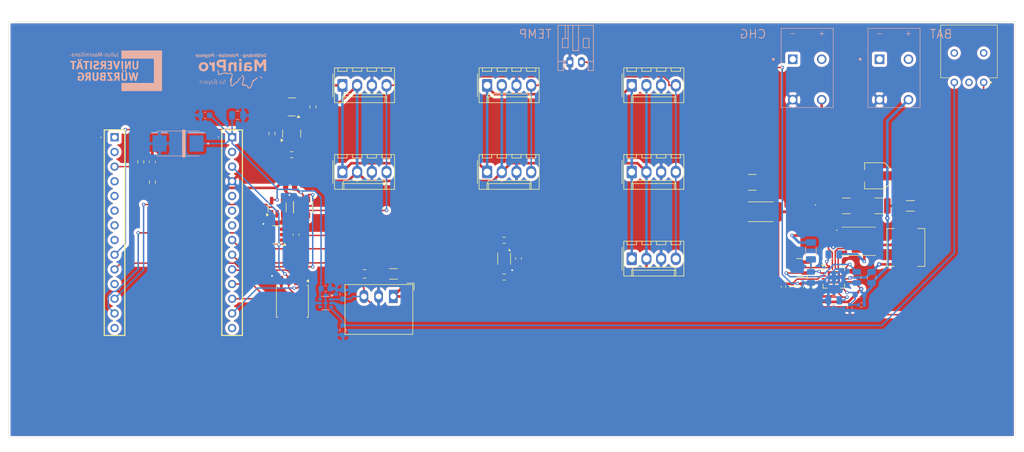
<source format=kicad_pcb>
(kicad_pcb (version 20241229) (generator "pcbnew") (generator_version "9.0")
  (title_block (title "Ryujin") (date "2025-09-05") (rev "44") (company "Julius-Maximilians-Universität Würzburg") (comment 4 "AISLER Project ID: GDSFGNFL"))
  (layers (0 "F.Cu" signal) (2 "B.Cu" signal) (13 "F.Paste" user) (15 "B.Paste" user) (5 "F.SilkS" user "F.Silkscreen") (7 "B.SilkS" user "B.Silkscreen") (1 "F.Mask" user) (3 "B.Mask" user) (25 "Edge.Cuts" user))
  (net 0 "")
  (net 1 "/SCL")
  (net 2 "/SDA")
  (net 3 "+12V")
  (net 4 "GND")
  (net 6 "/A1")
  (net 7 "+5V")
  (net 8 "+3.3V")
  (net 12 "/D1")
  (net 13 "LINE")
  (net 15 "/D0")
  (net 17 "/COPI")
  (net 18 "/SCK")
  (net 19 "/D7")
  (net 20 "/CIPO")
  (net 21 "/TX")
  (net 26 "/RX")
  (net 27 "Net-(U3-S1)")
  (net 28 "Net-(U3-S2)")
  (net 32 "VBUS")
  (net 33 "Net-(Q2-G)")
  (net 36 "Net-(J4-~D6)")
  (net 39 "Net-(C7-Pad1)")
  (net 40 "Net-(U6-VCC)")
  (net 41 "Net-(D5-K)")
  (net 42 "Net-(D6-A)")
  (net 43 "Net-(D6-K)")
  (net 44 "Net-(U6-SRP)")
  (net 45 "Net-(U6-VFB)")
  (net 46 "Net-(U6-TERM_EN)")
  (net 48 "/Battery Charger/TS")
  (net 49 "/Battery Charger/VIN")
  (net 54 "Net-(Q3A-S)")
  (net 55 "Net-(Q3A-G)")
  (net 56 "Net-(Q3B-G)")
  (net 57 "Net-(U6-MPPSET)")
  (net 58 "/D5")
  (net 59 "Net-(Q2-D)")
  (net 60 "Net-(SW1-A)")
  (net 61 "Net-(SW1-B)")
  (footprint "Capacitor_SMD:C_0603_1608Metric" (layer "F.Cu") (at 102.345 67.3 -90)
    (property "Reference" "C6" (hide yes))
    (property "Value" "0.1uF")
  )
  (footprint "Resistor_SMD:R_0603_1608Metric" (layer "F.Cu") (at 39.07 54.065 90)
    (property "Reference" "R5" (hide yes))
    (property "Value" "1.2M")
  )
  (footprint "Capacitor_SMD:C_Elec_4x5.4" (layer "F.Cu") (at 164.42 52.9675 180)
    (property "Reference" "C16" (hide yes))
    (property "Value" "C9")
  )
  (footprint "Sensor_Humidity:Sensirion_DFN-4-1EP_2x2mm_P1mm_EP0.7x1.6mm" (layer "F.Cu") (at 99.865 67.3 -90)
    (property "Reference" "U4" (hide yes))
    (property "Value" "SHTC3")
  )
  (footprint "Package_SO:SOIC-8_5.3x5.3mm_P1.27mm" (layer "F.Cu") (at 63.26 74.69 -90)
    (property "Reference" "U5" (hide yes))
    (property "Value" "W25Q128JVS")
  )
  (footprint "footprints:65342372" (layer "F.Cu") (at 32.53 46.3 90)
    (property "Reference" "J3" (hide yes))
    (property "Value" "Conn_01x14_Socket" (hide yes))
  )
  (footprint "Resistor_SMD:R_1206_3216Metric" (layer "F.Cu") (at 170.0825 58.1675 180)
    (property "Reference" "RSR1" (hide yes))
    (property "Value" "RSR")
  )
  (footprint "Resistor_SMD:R_0402_1005Metric" (layer "F.Cu") (at 152.77 72.1675 90)
    (property "Reference" "R14" (hide yes))
    (property "Value" "R9")
  )
  (footprint "footprints:TMUXDBVR" (layer "F.Cu") (at 65.1124 58.4116 -90)
    (property "Reference" "U3" (hide yes))
    (property "Value" "TMUX1119DBVR")
  )
  (footprint "Capacitor_SMD:C_1206_3216Metric" (layer "F.Cu") (at 80.725 69.94 180)
    (property "Reference" "C1" (hide yes))
    (property "Value" "10uF")
  )
  (footprint "Capacitor_SMD:C_0603_1608Metric" (layer "F.Cu") (at 39.07 50.555 90)
    (property "Reference" "C3" (hide yes))
    (property "Value" "0.1uF")
  )
  (footprint "Inductor_SMD:L_Vishay_IHLP-2525" (layer "F.Cu") (at 169.3 65.3675 -90)
    (property "Reference" "L1" (hide yes))
    (property "Value" "L")
  )
  (footprint "Resistor_SMD:R_0603_1608Metric" (layer "F.Cu") (at 99.865 64.12)
    (property "Reference" "R6" (hide yes))
    (property "Value" "10k")
  )
  (footprint "Connector_Molex:Molex_KK-254_AE-6410-04A_1x04_P2.54mm_Vertical" (layer "F.Cu") (at 121.92 67.32)
    (property "Reference" "J12" (hide yes))
    (property "Value" "Conn_01x04_Pin")
  )
  (footprint "Capacitor_SMD:C_0603_1608Metric" (layer "F.Cu") (at 63.9144 63.1616 -90)
    (property "Reference" "C5" (hide yes))
    (property "Value" "0.1uF")
  )
  (footprint "Connector_Molex:Molex_KK-254_AE-6410-04A_1x04_P2.54mm_Vertical" (layer "F.Cu") (at 96.92 37.32)
    (property "Reference" "J7" (hide yes))
    (property "Value" "Conn_01x04_Pin")
  )
  (footprint "Resistor_SMD:R_0603_1608Metric" (layer "F.Cu") (at 37.06 50.555 90)
    (property "Reference" "R4" (hide yes))
    (property "Value" "330k")
  )
  (footprint "Package_DFN_QFN:Texas_RVA_VQFN-16-1EP_3.5x3.5mm_P0.5mm_EP2.14x2.14mm_ThermalVias" (layer "F.Cu") (at 156.85 70.5475)
    (property "Reference" "U6" (hide yes))
    (property "Value" "BQ24650")
  )
  (footprint "Connector_Molex:Molex_KK-254_AE-6410-04A_1x04_P2.54mm_Vertical" (layer "F.Cu") (at 71.92 52.32)
    (property "Reference" "J9" (hide yes))
    (property "Value" "Conn_01x04_Pin")
  )
  (footprint "Connector_Molex:Molex_KK-254_AE-6410-04A_1x04_P2.54mm_Vertical" (layer "F.Cu") (at 121.92 52.32)
    (property "Reference" "J11" (hide yes))
    (property "Value" "Conn_01x04_Pin")
  )
  (footprint "Converter_DCDC:Converter_DCDC_RECOM_R-78E-0.5_THT" (layer "F.Cu") (at 80.707 73.84 180)
    (property "Reference" "U7" (hide yes))
    (property "Value" "R-78E5.0-1.0")
  )
  (footprint "Package_TO_SOT_SMD:SOT-23-5" (layer "F.Cu") (at 60.6344 63.1616 180)
    (property "Reference" "U1" (hide yes))
    (property "Value" "74LVC1G17")
  )
  (footprint "Package_TO_SOT_SMD:SOT-23" (layer "F.Cu") (at 63.15 41.04 180)
    (property "Reference" "Q6" (hide yes))
    (property "Value" "IRLML6402")
  )
  (footprint "Connector_Molex:Molex_KK-254_AE-6410-04A_1x04_P2.54mm_Vertical" (layer "F.Cu") (at 121.92 37.32)
    (property "Reference" "J8" (hide yes))
    (property "Value" "Conn_01x04_Pin")
  )
  (footprint "Package_TO_SOT_SMD:SOT-23-5" (layer "F.Cu") (at 60.6344 58.4116 90)
    (property "Reference" "U2" (hide yes))
    (property "Value" "74AHCT1G14")
  )
  (footprint "Capacitor_SMD:C_1210_3225Metric" (layer "F.Cu") (at 164.62 58.1675 180)
    (property "Reference" "C12" (hide yes))
    (property "Value" "C8")
  )
  (footprint "Capacitor_SMD:C_1210_3225Metric" (layer "F.Cu") (at 159.02 58.1675)
    (property "Reference" "C9" (hide yes))
    (property "Value" "C6")
  )
  (footprint "Capacitor_SMD:C_0603_1608Metric" (layer "F.Cu") (at 62.8734 55.0734 180)
    (property "Reference" "C4" (hide yes))
    (property "Value" "0.1uF")
  )
  (footprint "Resistor_SMD:R_0402_1005Metric" (layer "F.Cu") (at 149.6865 72.1675 -90)
    (property "Reference" "R3" (hide yes))
    (property "Value" "R4")
  )
  (footprint "Resistor_SMD:R_0603_1608Metric" (layer "F.Cu") (at 59.72 45.66 90)
    (property "Reference" "R10" (hide yes))
    (property "Value" "100")
  )
  (footprint "footprints:PDS104013" (layer "F.Cu") (at 152.75 62.0415 -90)
    (property "Reference" "D5" (hide yes))
    (property "Value" "D1" (hide yes))
  )
  (footprint "footprints:SI7288DPT1GE3" (layer "F.Cu") (at 158.1125 64.3)
    (property "Reference" "Q3" (hide yes))
    (property "Value" "Si7288" (hide yes))
  )
  (footprint "Connector_Molex:Molex_KK-254_AE-6410-04A_1x04_P2.54mm_Vertical" (layer "F.Cu") (at 96.92 52.32)
    (property "Reference" "J10" (hide yes))
    (property "Value" "Conn_01x04_Pin")
  )
  (footprint "Package_TO_SOT_SMD:SOT-23" (layer "F.Cu") (at 63.15 45.66 90)
    (property "Reference" "Q2" (hide yes))
    (property "Value" "IRLML6244")
  )
  (footprint "Capacitor_SMD:C_1210_3225Metric" (layer "F.Cu") (at 142.7495 54.1055)
    (property "Reference" "C7" (hide yes))
    (property "Value" "C1")
  )
  (footprint "Resistor_SMD:R_0402_1005Metric" (layer "F.Cu") (at 151.225 72.1675 -90)
    (property "Reference" "R17" (hide yes))
    (property "Value" "R10")
  )
  (footprint "Package_TO_SOT_SMD:SOT-23" (layer "F.Cu") (at 151.065 68.85 180)
    (property "Reference" "D6" (hide yes))
    (property "Value" "D2")
  )
  (footprint "footprints:65342372" (layer "F.Cu") (at 52.845 46.3 90)
    (property "Reference" "J4" (hide yes))
    (property "Value" "Conn_01x14_Socket" (hide yes))
  )
  (footprint "Resistor_SMD:R_0603_1608Metric" (layer "F.Cu") (at 99.865 70.48)
    (property "Reference" "R7" (hide yes))
    (property "Value" "10k")
  )
  (footprint "Capacitor_SMD:C_0805_2012Metric" (layer "F.Cu") (at 75.76 69.94)
    (property "Reference" "C2" (hide yes))
    (property "Value" "10uF")
  )
  (footprint "Resistor_SMD:R_0402_1005Metric" (layer "F.Cu") (at 148.148 72.1675 90)
    (property "Reference" "R2" (hide yes))
    (property "Value" "R3")
  )
  (footprint "Resistor_SMD:R_0603_1608Metric" (layer "F.Cu") (at 63.15 49.31 180)
    (property "Reference" "R9" (hide yes))
    (property "Value" "33k")
  )
  (footprint "Resistor_SMD:R_2512_6332Metric" (layer "F.Cu") (at 144.237 59.1855 180)
    (property "Reference" "R1" (hide yes))
    (property "Value" "R5")
  )
  (footprint "Resistor_SMD:R_0603_1608Metric" (layer "F.Cu") (at 66.8 41.04 90)
    (property "Reference" "R8" (hide yes))
    (property "Value" "12k7")
  )
  (footprint "footprints:AS11CH" (layer "F.Cu") (at 182.75 36.8 180)
    (property "Reference" "SW1" (hide yes))
    (property "Value" "AS11CH" (hide yes))
  )
  (footprint "Connector_Molex:Molex_KK-254_AE-6410-04A_1x04_P2.54mm_Vertical" (layer "F.Cu") (at 71.92 37.32)
    (property "Reference" "J6" (hide yes))
    (property "Value" "Conn_01x04_Pin")
  )
  (footprint "Capacitor_SMD:C_0805_2012Metric" (layer "B.Cu") (at 53.795 42.5)
    (property "Reference" "C20" (hide yes))
    (property "Value" "10uF")
  )
  (footprint "footprints:EEFCX0J101R" (layer "B.Cu") (at 43.5 47.38)
    (property "Reference" "C19" (hide yes))
    (property "Value" "220uF" (hide yes))
  )
  (footprint "Resistor_SMD:R_0603_1608Metric" (layer "B.Cu") (at 72 79.675 90)
    (property "Reference" "R11" (hide yes))
    (property "Value" "100k")
  )
  (footprint "Capacitor_SMD:C_0805_2012Metric" (layer "B.Cu") (at 160.81 70.5475 -90)
    (property "Reference" "C10" (hide yes))
    (property "Value" "C4")
  )
  (footprint "Capacitor_SMD:C_0603_1608Metric" (layer "B.Cu") (at 69 72.5)
    (property "Reference" "C18" (hide yes))
    (property "Value" "1uF")
  )
  (footprint "Resistor_SMD:R_0402_1005Metric" (layer "B.Cu") (at 159.62 75.7675 -90)
    (property "Reference" "R15" (hide yes))
    (property "Value" "R1")
  )
  (footprint "Capacitor_SMD:C_0603_1608Metric" (layer "B.Cu") (at 161.31 73.5075 180)
    (property "Reference" "C14" (hide yes))
    (property "Value" "C10")
  )
  (footprint "Capacitor_SMD:C_0805_2012Metric" (layer "B.Cu") (at 156.85 66.5675)
    (property "Reference" "C11" (hide yes))
    (property "Value" "C5")
  )
  (footprint "Capacitor_SMD:C_0805_2012Metric" (layer "B.Cu") (at 156.85 74.5075)
    (property "Reference" "C15" (hide yes))
    (property "Value" "C3")
  )
  (footprint "footprints:1822972" (layer "B.Cu") (at 149.75 32.8)
    (property "Reference" "J2" (hide yes))
    (property "Value" "1822972" (hide yes))
  )
  (footprint "Package_TO_SOT_SMD:SOT-363_SC-70-6" (layer "B.Cu") (at 69 75 180)
    (property "Reference" "U8" (hide yes))
    (property "Value" "LM66100DCK")
  )
  (footprint "LOGO" (layer "B.Cu") (at 32.73 34.8 180)
    (property "Reference" "G2" (hide yes))
    (property "Value" "LOGO" (hide yes))
  )
  (footprint "footprints:1822972" (layer "B.Cu") (at 164.75 32.8)
    (property "Reference" "J5" (hide yes))
    (property "Value" "1822972" (hide yes))
  )
  (footprint "Capacitor_SMD:C_0603_1608Metric" (layer "B.Cu") (at 72 73.5 90)
    (property "Reference" "C17" (hide yes))
    (property "Value" "1uF")
  )
  (footprint "Capacitor_SMD:C_0805_2012Metric" (layer "B.Cu") (at 152.89 70.5475 90)
    (property "Reference" "C8" (hide yes))
    (property "Value" "C2")
  )
  (footprint "Connector_JST:JST_PH_S2B-PH-K_1x02_P2.00mm_Horizontal" (layer "B.Cu") (at 111.23 33.3)
    (property "Reference" "J1" (hide yes))
    (property "Value" "Conn_01x02_Socket")
  )
  (footprint "Resistor_SMD:R_1206_3216Metric" (layer "B.Cu") (at 152.89 65.9675 -90)
    (property "Reference" "R13" (hide yes))
    (property "Value" "R6")
  )
  (footprint "Capacitor_SMD:C_0603_1608Metric" (layer "B.Cu") (at 48.17 42.5 180)
    (property "Reference" "C21" (hide yes))
    (property "Value" "0.1uF")
  )
  (footprint "LOGO" (layer "B.Cu") (at 49.73 34.8 180)
    (property "Reference" "G1" (hide yes))
    (property "Value" "LOGO" (hide yes))
  )
  (footprint "Resistor_SMD:R_0402_1005Metric" (layer "B.Cu") (at 161.62 75.3075 180)
    (property "Reference" "R16" (hide yes))
    (property "Value" "R2")
  )
  (footprint "Capacitor_SMD:C_0805_2012Metric" (layer "B.Cu") (at 163.37 70.5475 90)
    (property "Reference" "C13" (hide yes))
    (property "Value" "C7")
  )
  (gr_rect (start 14.25 26.3) (end 188.25 98.3) (stroke (width 0.05)) (fill no) (layer "Edge.Cuts"))
  (gr_text "BAT" (at 175.37 28.45 0) (layer "B.SilkS") (effects (font (size 1.5 1.5)) (justify mirror)))
  (gr_text "-" (at 149.75 28.3 0) (layer "B.SilkS") (effects (font (size 1 1) (thickness 0.1)) (justify mirror)))
  (gr_text "TEMP" (at 105.23 28.45 0) (layer "B.SilkS") (effects (font (size 1.5 1.5)) (justify mirror)))
  (gr_text "+" (at 169.75 28.3 0) (layer "B.SilkS") (effects (font (size 1 1) (thickness 0.1)) (justify mirror)))
  (gr_text "CHG" (at 142.87 28.45 0) (layer "B.SilkS") (effects (font (size 1.5 1.5)) (justify mirror)))
  (gr_text "+" (at 154.75 28.3 0) (layer "B.SilkS") (effects (font (size 1 1) (thickness 0.1)) (justify mirror)))
  (gr_text "-" (at 164.75 28.3 0) (layer "B.SilkS") (effects (font (size 1 1) (thickness 0.1)) (justify mirror)))
  (segment (start 54.3627 65.5977) (end 99.04 65.5977) (width 0.25) (layer "F.Cu") (net 1))
  (segment (start 52.845 64.08) (end 54.3627 65.5977) (width 0.25) (layer "F.Cu") (net 1))
  (segment (start 99.04 65.5977) (end 99.04 66.05) (width 0.25) (layer "F.Cu") (net 1))
  (segment (start 99.04 64.12) (end 99.04 65.5977) (width 0.25) (layer "F.Cu") (net 1))
  (segment (start 99.04 66.05) (end 99.365 66.375) (width 0.25) (layer "F.Cu") (net 1))
  (segment (start 54.2646 68.0396) (end 52.845 66.62) (width 0.25) (layer "F.Cu") (net 2))
  (segment (start 99.365 68.225) (end 99.1796 68.0396) (width 0.25) (layer "F.Cu") (net 2))
  (segment (start 99.04 70.48) (end 99.365 70.155) (width 0.25) (layer "F.Cu") (net 2))
  (segment (start 99.1796 68.0396) (end 54.2646 68.0396) (width 0.25) (layer "F.Cu") (net 2))
  (segment (start 99.365 70.155) (end 99.365 68.225) (width 0.25) (layer "F.Cu") (net 2))
  (segment (start 82.2 69.94) (end 82.2 72.347) (width 0.45) (layer "F.Cu") (net 3))
  (segment (start 158.548 71.2975) (end 160.314 71.2975) (width 0.25) (layer "F.Cu") (net 3))
  (segment (start 159.3572 74.79) (end 161.582 72.5652) (width 0.45) (layer "F.Cu") (net 3))
  (segment (start 124.46 73.84) (end 125.41 74.79) (width 0.45) (layer "F.Cu") (net 3))
  (segment (start 124.46 67.32) (end 124.46 73.84) (width 0.45) (layer "F.Cu") (net 3))
  (segment (start 160.314 71.2975) (end 161.582 72.5652) (width 0.25) (layer "F.Cu") (net 3))
  (segment (start 166.094 58.1675) (end 166.094 60.3) (width 0.45) (layer "F.Cu") (net 3))
  (segment (start 168.62 58.1675) (end 166.095 58.1675) (width 0.45) (layer "F.Cu") (net 3))
  (segment (start 39.07 54.89) (end 39.241 55.061) (width 0.45) (layer "F.Cu") (net 3))
  (segment (start 72.9374 53.8426) (end 74.46 52.32) (width 0.45) (layer "F.Cu") (net 3))
  (segment (start 99.46 52.32) (end 97.9186 53.8614) (width 0.45) (layer "F.Cu") (net 3))
  (segment (start 166.094 58.1675) (end 166.094 57.3175) (width 0.45) (layer "F.Cu") (net 3))
  (segment (start 60.4544 55.061) (end 61.6728 53.8426) (width 0.45) (layer "F.Cu") (net 3))
  (segment (start 82.2 72.347) (end 80.707 73.84) (width 0.45) (layer "F.Cu") (net 3))
  (segment (start 39.241 55.061) (end 60.4544 55.061) (width 0.45) (layer "F.Cu") (net 3))
  (segment (start 39.07 54.89) (end 39.2944 55.1144) (width 0.45) (layer "F.Cu") (net 3))
  (segment (start 76.0014 53.8614) (end 74.46 52.32) (width 0.45) (layer "F.Cu") (net 3))
  (segment (start 97.9186 53.8614) (end 76.0014 53.8614) (width 0.45) (layer "F.Cu") (net 3))
  (segment (start 166.095 58.1675) (end 166.094 58.1675) (width 0.45) (layer "F.Cu") (net 3))
  (segment (start 166.095 52.9675) (end 166.095 58.1675) (width 0.45) (layer "F.Cu") (net 3))
  (segment (start 100.987 50.7934) (end 100.9866 50.7934) (width 0.45) (layer "F.Cu") (net 3))
  (segment (start 80.707 73.84) (end 124.46 73.84) (width 0.45) (layer "F.Cu") (net 3))
  (segment (start 122.933 50.7934) (end 100.987 50.7934) (width 0.45) (layer "F.Cu") (net 3))
  (segment (start 81.8837 70.2563) (end 82.2 69.94) (width 0.45) (layer "F.Cu") (net 3))
  (segment (start 64.2125 40.215) (end 64.0875 40.09) (width 0.45) (layer "F.Cu") (net 3))
  (segment (start 71.565 40.215) (end 66.8 40.215) (width 0.45) (layer "F.Cu") (net 3))
  (segment (start 125.41 74.79) (end 159.3572 74.79) (width 0.45) (layer "F.Cu") (net 3))
  (segment (start 64.0875 40.09) (end 66.675 40.09) (width 0.45) (layer "F.Cu") (net 3))
  (segment (start 124.46 52.32) (end 122.933 50.7934) (width 0.45) (layer "F.Cu") (net 3))
  (segment (start 100.9866 50.7934) (end 99.46 52.32) (width 0.45) (layer "F.Cu") (net 3))
  (segment (start 158.548 71.2975) (end 158.5475 71.2975) (width 0.2502) (layer "F.Cu") (net 3))
  (segment (start 66.675 40.09) (end 66.8 40.215) (width 0.45) (layer "F.Cu") (net 3))
  (segment (start 61.6728 53.8426) (end 72.9374 53.8426) (width 0.45) (layer "F.Cu") (net 3))
  (segment (start 74.46 37.32) (end 71.565 40.215) (width 0.45) (layer "F.Cu") (net 3))
  (segment (start 166.094 57.3175) (end 166.294 57.1175) (width 0.45) (layer "F.Cu") (net 3))
  (via (at 161.582 72.5652) (size 0.75) (drill 0.3) (layers "F.Cu" "B.Cu") (net 3))
  (via (at 166.094 60.3) (size 0.75) (drill 0.3) (layers "F.Cu" "B.Cu") (net 3))
  (segment (start 74.46 37.32) (end 74.46 52.32) (width 0.45) (layer "B.Cu") (net 3))
  (segment (start 163.37 72.2225) (end 163.37 72.223) (width 0.45) (layer "B.Cu") (net 3))
  (segment (start 124.46 37.32) (end 124.46 52.32) (width 0.45) (layer "B.Cu") (net 3))
  (segment (start 163.37 71.4975) (end 163.37 72.2225) (width 0.45) (layer "B.Cu") (net 3))
  (segment (start 162.084 75.2625) (end 162.13 75.3073) (width 0.45) (layer "B.Cu") (net 3))
  (segment (start 166.13 68.737) (end 163.37 71.4975) (width 0.45) (layer "B.Cu") (net 3))
  (segment (start 161.582 73.005) (end 162.084 73.5075) (width 0.45) (layer "B.Cu") (net 3))
  (segment (start 162.084 74.1212) (end 162.084 75.2625) (width 0.45) (layer "B.Cu") (net 3))
  (segment (start 162.514 73.0793) (end 162.084 73.5075) (width 0.45) (layer "B.Cu") (net 3))
  (segment (start 163.37 71.4975) (end 163.37 72.2225) (width 0.45) (layer "B.Cu") (net 3))
  (segment (start 162.13 75.3075) (end 162.13 75.3073) (width 0.45) (layer "B.Cu") (net 3))
  (segment (start 166.094 60.3) (end 166.094 43.4555) (width 0.45) (layer "B.Cu") (net 3))
  (segment (start 163.37 72.2225) (end 163.37 72.223) (width 0.45) (layer "B.Cu") (net 3))
  (segment (start 166.094 60.3) (end 166.13 60.336) (width 0.45) (layer "B.Cu") (net 3))
  (segment (start 162.085 73.5075) (end 162.084 73.5075) (width 0.45) (layer "B.Cu") (net 3))
  (segment (start 124.46 52.32) (end 124.46 67.32) (width 0.45) (layer "B.Cu") (net 3))
  (segment (start 162.084 73.5075) (end 162.084 74.1212) (width 0.45) (layer "B.Cu") (net 3))
  (segment (start 161.582 72.5652) (end 161.582 73.005) (width 0.45) (layer "B.Cu") (net 3))
  (segment (start 162.514 73.0793) (end 162.084 73.5075) (width 0.45) (layer "B.Cu") (net 3))
  (segment (start 162.13 75.3073) (end 162.13 74.1667) (width 0.45) (layer "B.Cu") (net 3))
  (segment (start 99.46 52.32) (end 99.46 37.32) (width 0.45) (layer "B.Cu") (net 3))
  (segment (start 162.13 74.1667) (end 162.084 74.1212) (width 0.45) (layer "B.Cu") (net 3))
  (segment (start 166.094 43.4555) (end 169.75 39.8) (width 0.45) (layer "B.Cu") (net 3))
  (segment (start 163.37 72.223) (end 162.514 73.0793) (width 0.45) (layer "B.Cu") (net 3))
  (segment (start 166.13 60.336) (end 166.13 68.737) (width 0.45) (layer "B.Cu") (net 3))
  (segment (start 157.115 64.935) (end 158.5025 64.935) (width 0.45) (layer "F.Cu") (net 4))
  (segment (start 62.0984 55.6484) (end 62.75 56.3) (width 0.45) (layer "F.Cu") (net 4))
  (segment (start 157.6 70.2975) (end 157.35 70.0475) (width 0.25) (layer "F.Cu") (net 4))
  (segment (start 62.0984 55.0734) (end 62.0984 55.6484) (width 0.45) (layer "F.Cu") (net 4))
  (segment (start 158.5475 70.2975) (end 157.6 70.2975) (width 0.25) (layer "F.Cu") (net 4))
  (segment (start 156.75 65.3) (end 157.115 64.935) (width 0.45) (layer "F.Cu") (net 4))
  (via (at 156.75 65.3) (size 0.75) (drill 0.3) (layers "F.Cu" "B.Cu") (net 4))
  (via (at 62.75 56.3) (size 0.75) (drill 0.3) (layers "F.Cu" "B.Cu") (net 4))
  (via (at 101.25 69.3) (size 0.75) (drill 0.3) (layers "F.Cu" "B.Cu") (net 4))
  (via (at 59.75 70.3) (size 0.75) (drill 0.3) (layers "F.Cu" "B.Cu") (net 4))
  (via (at 58.25 61.3) (size 0.75) (drill 0.3) (layers "F.Cu" "B.Cu") (net 4))
  (segment (start 69.95 75) (end 70.5 75) (width 0.45) (layer "B.Cu") (net 4))
  (segment (start 68.05 75) (end 67 75) (width 0.45) (layer "B.Cu") (net 4))
  (segment (start 70.5 75) (end 71 75.5) (width 0.45) (layer "B.Cu") (net 4))
  (segment (start 38.115 52.285) (end 39.07 53.24) (width 0.25) (layer "F.Cu") (net 6))
  (segment (start 37.21 51.38) (end 38.115 52.285) (width 0.25) (layer "F.Cu") (net 6))
  (segment (start 32.53 51.38) (end 37.06 51.38) (width 0.25) (layer "F.Cu") (net 6))
  (segment (start 39.07 51.33) (end 38.115 52.285) (width 0.25) (layer "F.Cu") (net 6))
  (segment (start 37.06 51.38) (end 37.21 51.38) (width 0.25) (layer "F.Cu") (net 6))
  (segment (start 59.8316 57.1269) (end 59.6844 57.2741) (width 0.25) (layer "F.Cu") (net 7))
  (segment (start 64.3937 55.8187) (end 64.7582 55.8187) (width 0.25) (layer "F.Cu") (net 7))
  (segment (start 64.7582 55.8766) (end 65.1124 56.2308) (width 0.25) (layer "F.Cu") (net 7))
  (segment (start 60.6344 57.1269) (end 59.8316 57.1269) (width 0.25) (layer "F.Cu") (net 7))
  (segment (start 64.7582 55.8187) (end 64.7582 55.8766) (width 0.25) (layer "F.Cu") (net 7))
  (segment (start 63.6484 55.0734) (end 64.3937 55.8187) (width 0.25) (layer "F.Cu") (net 7))
  (segment (start 65.1124 57.0464) (end 65.1124 56.2308) (width 0.25) (layer "F.Cu") (net 7))
  (via (at 60.6344 57.1269) (size 0.6) (drill 0.3) (layers "F.Cu" "B.Cu") (net 7))
  (via (at 64.7582 55.8187) (size 0.6) (drill 0.3) (layers "F.Cu" "B.Cu") (net 7))
  (segment (start 60.6344 55.3195) (end 60.6344 57.1269) (width 0.25) (layer "B.Cu") (net 7))
  (segment (start 51.765 47.38) (end 52.845 46.3) (width 0.25) (layer "B.Cu") (net 7))
  (segment (start 64.9825 55.5944) (end 64.7582 55.8187) (width 0.25) (layer "B.Cu") (net 7))
  (segment (start 49.045 42.5) (end 52.845 46.3) (width 0.25) (layer "B.Cu") (net 7))
  (segment (start 68.05 72.675) (end 68.225 72.5) (width 0.25) (layer "B.Cu") (net 7))
  (segment (start 52.845 42.5) (end 52.845 46.3) (width 0.25) (layer "B.Cu") (net 7))
  (segment (start 68.225 56.721) (end 67.0984 55.5944) (width 0.25) (layer "B.Cu") (net 7))
  (segment (start 68.05 74.35) (end 68.05 72.675) (width 0.25) (layer "B.Cu") (net 7))
  (segment (start 60.6344 55.3195) (end 64.259 55.3195) (width 0.25) (layer "B.Cu") (net 7))
  (segment (start 64.259 55.3195) (end 64.7582 55.8187) (width 0.25) (layer "B.Cu") (net 7))
  (segment (start 46.7 47.38) (end 51.765 47.38) (width 0.25) (layer "B.Cu") (net 7))
  (segment (start 67.0984 55.5944) (end 64.9825 55.5944) (width 0.25) (layer "B.Cu") (net 7))
  (segment (start 48.945 42.5) (end 49.045 42.5) (width 0.25) (layer "B.Cu") (net 7))
  (segment (start 68.225 72.5) (end 68.225 56.721) (width 0.25) (layer "B.Cu") (net 7))
  (segment (start 52.845 46.3) (end 52.845 47.3417) (width 0.25) (layer "B.Cu") (net 7))
  (segment (start 60.6344 55.1311) (end 60.6344 55.3195) (width 0.25) (layer "B.Cu") (net 7))
  (segment (start 52.845 47.3417) (end 60.6344 55.1311) (width 0.25) (layer "B.Cu") (net 7))
  (segment (start 100.69 70.48) (end 101.2594 70.48) (width 0.25) (layer "F.Cu") (net 8))
  (segment (start 100.69 64.12) (end 100.365 64.445) (width 0.25) (layer "F.Cu") (net 8))
  (segment (start 101.2594 70.48) (end 103.162 68.5774) (width 0.25) (layer "F.Cu") (net 8))
  (segment (start 100.365 64.445) (end 100.365 66.375) (width 0.25) (layer "F.Cu") (net 8))
  (segment (start 63.9144 63.9366) (end 64.5624 63.2886) (width 0.25) (layer "F.Cu") (net 8))
  (segment (start 99.8586 63.2886) (end 100.69 64.12) (width 0.25) (layer "F.Cu") (net 8))
  (segment (start 60.9377 64.7574) (end 63.0936 64.7574) (width 0.25) (layer "F.Cu") (net 8))
  (segment (start 60.9377 64.7574) (end 60.1427 64.7574) (width 0.25) (layer "F.Cu") (net 8))
  (segment (start 63.895 73.6667) (end 63.895 78.29) (width 0.25) (layer "F.Cu") (net 8))
  (segment (start 102.345 66.525) (end 100.515 66.525) (width 0.25) (layer "F.Cu") (net 8))
  (segment (start 60.1427 64.7574) (end 59.4969 64.1116) (width 0.25) (layer "F.Cu") (net 8))
  (segment (start 103.162 68.5774) (end 103.162 67.342) (width 0.25) (layer "F.Cu") (net 8))
  (segment (start 60.9377 64.9008) (end 60.9377 64.7574) (width 0.25) (layer "F.Cu") (net 8))
  (segment (start 61.9882 69.9274) (end 62.625 70.5642) (width 0.25) (layer "F.Cu") (net 8))
  (segment (start 62.625 70.5642) (end 62.625 71.09) (width 0.25) (layer "F.Cu") (net 8))
  (segment (start 62.625 71.09) (end 62.625 72.3967) (width 0.25) (layer "F.Cu") (net 8))
  (segment (start 63.0936 64.7574) (end 63.9144 63.9366) (width 0.25) (layer "F.Cu") (net 8))
  (segment (start 64.5624 63.2886) (end 99.8586 63.2886) (width 0.25) (layer "F.Cu") (net 8))
  (segment (start 100.515 66.525) (end 100.365 66.375) (width 0.25) (layer "F.Cu") (net 8))
  (segment (start 62.625 72.3967) (end 63.895 73.6667) (width 0.25) (layer "F.Cu") (net 8))
  (segment (start 65.165 78.29) (end 63.895 78.29) (width 0.25) (layer "F.Cu") (net 8))
  (segment (start 103.162 67.342) (end 102.345 66.525) (width 0.25) (layer "F.Cu") (net 8))
  (via (at 60.9377 64.9008) (size 0.6) (drill 0.3) (layers "F.Cu" "B.Cu") (net 8))
  (via (at 61.9882 69.9274) (size 0.6) (drill 0.3) (layers "F.Cu" "B.Cu") (net 8))
  (segment (start 52.845 51.38) (end 60.9377 59.4727) (width 0.25) (layer "B.Cu") (net 8))
  (segment (start 60.9377 68.8769) (end 60.9377 64.9008) (width 0.25) (layer "B.Cu") (net 8))
  (segment (start 61.9882 69.9274) (end 60.9377 68.8769) (width 0.25) (layer "B.Cu") (net 8))
  (segment (start 60.9377 59.4727) (end 60.9377 64.9008) (width 0.25) (layer "B.Cu") (net 8))
  (segment (start 66.0624 56.2308) (end 66.7782 56.2308) (width 0.25) (layer "F.Cu") (net 12))
  (segment (start 32.53 69.16) (end 33.6061 68.0839) (width 0.25) (layer "F.Cu") (net 12))
  (segment (start 33.6061 68.0839) (end 53.2939 68.0839) (width 0.25) (layer "F.Cu") (net 12))
  (segment (start 53.2939 68.0839) (end 53.9201 68.7101) (width 0.25) (layer "F.Cu") (net 12))
  (segment (start 66.0624 57.0464) (end 66.0624 56.2308) (width 0.25) (layer "F.Cu") (net 12))
  (segment (start 53.9201 68.7101) (end 66.7782 68.7101) (width 0.25) (layer "F.Cu") (net 12))
  (via (at 66.7782 68.7101) (size 0.6) (drill 0.3) (layers "F.Cu" "B.Cu") (net 12))
  (via (at 66.7782 56.2308) (size 0.6) (drill 0.3) (layers "F.Cu" "B.Cu") (net 12))
  (segment (start 66.7782 68.7101) (end 66.7782 56.2308) (width 0.25) (layer "B.Cu") (net 12))
  (segment (start 82.2105 35.8462) (end 80.7367 37.32) (width 0.25) (layer "F.Cu") (net 13))
  (segment (start 65.1124 58.9613) (end 79.54 58.9613) (width 0.25) (layer "F.Cu") (net 13))
  (segment (start 128.343 36.7217) (end 128.343 37.32) (width 0.25) (layer "F.Cu") (net 13))
  (segment (start 105.7367 37.3195) (end 107.21 35.8462) (width 0.25) (layer "F.Cu") (net 13))
  (segment (start 107.21 35.8462) (end 127.468 35.8462) (width 0.25) (layer "F.Cu") (net 13))
  (segment (start 82.2105 35.8462) (end 107.21 35.8462) (width 0.25) (layer "F.Cu") (net 13))
  (segment (start 65.1124 59.7769) (end 65.1124 58.9613) (width 0.25) (layer "F.Cu") (net 13))
  (segment (start 79.54 37.32) (end 80.7367 37.32) (width 0.25) (layer "F.Cu") (net 13))
  (segment (start 107.21 35.8462) (end 105.737 37.3195) (width 0.25) (layer "F.Cu") (net 13))
  (segment (start 128.343 37.32) (end 129.54 37.32) (width 0.25) (layer "F.Cu") (net 13))
  (segment (start 104.54 37.32) (end 105.7367 37.32) (width 0.25) (layer "F.Cu") (net 13))
  (segment (start 105.7367 37.32) (end 105.7367 37.3195) (width 0.25) (layer "F.Cu") (net 13))
  (segment (start 127.468 35.8462) (end 128.343 36.7217) (width 0.25) (layer "F.Cu") (net 13))
  (via (at 79.54 58.9613) (size 0.6) (drill 0.3) (layers "F.Cu" "B.Cu") (net 13))
  (segment (start 79.54 37.32) (end 79.54 52.32) (width 0.25) (layer "B.Cu") (net 13))
  (segment (start 129.54 52.32) (end 129.54 67.32) (width 0.25) (layer "B.Cu") (net 13))
  (segment (start 104.54 52.32) (end 104.54 37.32) (width 0.25) (layer "B.Cu") (net 13))
  (segment (start 79.54 52.32) (end 79.54 58.9613) (width 0.25) (layer "B.Cu") (net 13))
  (segment (start 129.54 37.32) (end 129.54 52.32) (width 0.25) (layer "B.Cu") (net 13))
  (segment (start 34.3996 44.972) (end 59.583 44.972) (width 0.25) (layer "F.Cu") (net 15))
  (segment (start 59.583 44.972) (end 59.72 44.835) (width 0.25) (layer "F.Cu") (net 15))
  (via (at 34.3996 44.972) (size 0.6) (drill 0.3) (layers "F.Cu" "B.Cu") (net 15))
  (segment (start 34.3996 64.7504) (end 34.3996 44.972) (width 0.25) (layer "B.Cu") (net 15))
  (segment (start 32.53 66.62) (end 34.3996 64.7504) (width 0.25) (layer "B.Cu") (net 15))
  (segment (start 52.845 74.24) (end 57.305 74.24) (width 0.25) (layer "F.Cu") (net 17))
  (segment (start 57.305 74.24) (end 61.355 78.29) (width 0.25) (layer "F.Cu") (net 17))
  (segment (start 56.3121 71.7) (end 62.625 78.0129) (width 0.25) (layer "F.Cu") (net 18))
  (segment (start 52.845 71.7) (end 56.3121 71.7) (width 0.25) (layer "F.Cu") (net 18))
  (segment (start 62.625 78.0129) (end 62.625 78.29) (width 0.25) (layer "F.Cu") (net 18))
  (segment (start 65.165 71.3352) (end 64.1029 72.3973) (width 0.25) (layer "F.Cu") (net 19))
  (segment (start 64.1029 72.3973) (end 63.5625 72.3973) (width 0.25) (layer "F.Cu") (net 19))
  (segment (start 65.165 71.09) (end 65.165 71.3352) (width 0.25) (layer "F.Cu") (net 19))
  (via (at 63.5625 72.3973) (size 0.6) (drill 0.3) (layers "F.Cu" "B.Cu") (net 19))
  (segment (start 57.2277 72.3973) (end 52.845 76.78) (width 0.25) (layer "B.Cu") (net 19))
  (segment (start 63.5625 72.3973) (end 57.2277 72.3973) (width 0.25) (layer "B.Cu") (net 19))
  (segment (start 52.978 69.293) (end 62.3575 69.293) (width 0.25) (layer "F.Cu") (net 20))
  (segment (start 62.3575 69.293) (end 63.895 70.8305) (width 0.25) (layer "F.Cu") (net 20))
  (segment (start 52.845 69.16) (end 52.978 69.293) (width 0.25) (layer "F.Cu") (net 20))
  (segment (start 63.895 70.8305) (end 63.895 71.09) (width 0.25) (layer "F.Cu") (net 20))
  (segment (start 59.255 58.4116) (end 58.773 57.9296) (width 0.25) (layer "F.Cu") (net 21))
  (segment (start 60.6344 59.5491) (end 60.6344 59.1425) (width 0.25) (layer "F.Cu") (net 21))
  (segment (start 60.6344 59.1425) (end 59.9035 58.4116) (width 0.25) (layer "F.Cu") (net 21))
  (segment (start 58.773 57.9296) (end 37.5471 57.9296) (width 0.25) (layer "F.Cu") (net 21))
  (segment (start 59.9035 58.4116) (end 59.255 58.4116) (width 0.25) (layer "F.Cu") (net 21))
  (via (at 37.5471 57.9296) (size 0.6) (drill 0.3) (layers "F.Cu" "B.Cu") (net 21))
  (segment (start 32.53 74.24) (end 37.5471 69.2229) (width 0.25) (layer "B.Cu") (net 21))
  (segment (start 37.5471 69.2229) (end 37.5471 57.9296) (width 0.25) (layer "B.Cu") (net 21))
  (segment (start 58.8632 62.8453) (end 36.6201 62.8453) (width 0.25) (layer "F.Cu") (net 26))
  (segment (start 59.4969 62.2116) (end 58.8632 62.8453) (width 0.25) (layer "F.Cu") (net 26))
  (via (at 36.6201 62.8453) (size 0.6) (drill 0.3) (layers "F.Cu" "B.Cu") (net 26))
  (segment (start 36.6201 69.0904) (end 36.6201 62.8453) (width 0.25) (layer "B.Cu") (net 26))
  (segment (start 32.3179 72.97) (end 32.7405 72.97) (width 0.25) (layer "B.Cu") (net 26))
  (segment (start 32.7405 72.97) (end 36.6201 69.0904) (width 0.25) (layer "B.Cu") (net 26))
  (segment (start 31.4789 75.7289) (end 31.4789 73.809) (width 0.25) (layer "B.Cu") (net 26))
  (segment (start 32.53 76.78) (end 31.4789 75.7289) (width 0.25) (layer "B.Cu") (net 26))
  (segment (start 31.4789 73.809) (end 32.3179 72.97) (width 0.25) (layer "B.Cu") (net 26))
  (segment (start 62.4752 57.2741) (end 64.1624 58.9613) (width 0.25) (layer "F.Cu") (net 27))
  (segment (start 64.1624 59.7769) (end 64.1624 58.9613) (width 0.25) (layer "F.Cu") (net 27))
  (segment (start 61.5844 57.2741) (end 62.4752 57.2741) (width 0.25) (layer "F.Cu") (net 27))
  (segment (start 62.9583 62.0055) (end 64.3712 60.5926) (width 0.25) (layer "F.Cu") (net 28))
  (segment (start 64.3712 60.5926) (end 66.0624 60.5926) (width 0.25) (layer "F.Cu") (net 28))
  (segment (start 66.0624 59.7769) (end 66.0624 60.5926) (width 0.25) (layer "F.Cu") (net 28))
  (segment (start 61.7719 63.1616) (end 62.1971 63.1616) (width 0.25) (layer "F.Cu") (net 28))
  (segment (start 62.9583 62.4004) (end 62.9583 62.0055) (width 0.25) (layer "F.Cu") (net 28))
  (segment (start 62.1971 63.1616) (end 62.9583 62.4004) (width 0.25) (layer "F.Cu") (net 28))
  (segment (start 98.23 38.8486) (end 120.391 38.8486) (width 0.45) (layer "F.Cu") (net 32))
  (segment (start 71.92 52.32) (end 73.4464 50.7936) (width 0.45) (layer "F.Cu") (net 32))
  (segment (start 65.2248 37.32) (end 62.2125 40.3323) (width 0.45) (layer "F.Cu") (net 32))
  (segment (start 71.92 37.32) (end 65.2248 37.32) (width 0.45) (layer "F.Cu") (net 32))
  (segment (start 98.23 38.8486) (end 96.92 37.5386) (width 0.45) (layer "F.Cu") (net 32))
  (segment (start 96.92 37.5386) (end 96.92 37.32) (width 0.45) (layer "F.Cu") (net 32))
  (segment (start 73.4464 50.7936) (end 95.3936 50.7936) (width 0.45) (layer "F.Cu") (net 32))
  (segment (start 120.391 38.8486) (end 121.92 37.32) (width 0.45) (layer "F.Cu") (net 32))
  (segment (start 95.3936 50.7936) (end 96.92 52.32) (width 0.45) (layer "F.Cu") (net 32))
  (segment (start 62.2125 40.3323) (end 62.2125 41.04) (width 0.45) (layer "F.Cu") (net 32))
  (segment (start 71.92 37.32) (end 71.92 52.32) (width 0.45) (layer "B.Cu") (net 32))
  (segment (start 121.92 52.32) (end 121.92 67.32) (width 0.45) (layer "B.Cu") (net 32))
  (segment (start 96.92 52.32) (end 96.92 37.32) (width 0.45) (layer "B.Cu") (net 32))
  (segment (start 121.92 37.32) (end 121.92 52.32) (width 0.45) (layer "B.Cu") (net 32))
  (segment (start 62.2 49.185) (end 62.2 46.5975) (width 0.25) (layer "F.Cu") (net 33))
  (segment (start 62.0875 46.485) (end 62.2 46.5975) (width 0.25) (layer "F.Cu") (net 33))
  (segment (start 62.325 49.31) (end 62.2 49.185) (width 0.25) (layer "F.Cu") (net 33))
  (segment (start 59.72 46.485) (end 62.0875 46.485) (width 0.25) (layer "F.Cu") (net 33))
  (segment (start 141.2745 54.1055) (end 141.2745 59.1855) (width 0.2) (layer "F.Cu") (net 39))
  (segment (start 154.596 69.7975) (end 155.152 69.7975) (width 0.25) (layer "F.Cu") (net 40))
  (segment (start 154.324 69.525) (end 154.596 69.7975) (width 0.25) (layer "F.Cu") (net 40))
  (segment (start 155.152 69.7975) (end 155.1525 69.7975) (width 0.25) (layer "F.Cu") (net 40))
  (via (at 154.324 69.525) (size 0.6) (drill 0.3) (layers "F.Cu" "B.Cu") (net 40))
  (segment (start 152.962 69.525) (end 152.89 69.5975) (width 0.25) (layer "B.Cu") (net 40))
  (segment (start 152.89 68.5132) (end 152.89 67.43) (width 0.25) (layer "B.Cu") (net 40))
  (segment (start 152.89 68.5137) (end 152.89 68.5132) (width 0.25) (layer "B.Cu") (net 40))
  (segment (start 154.324 69.525) (end 152.962 69.525) (width 0.25) (layer "B.Cu") (net 40))
  (segment (start 152.89 69.5975) (end 152.89 68.5137) (width 0.25) (layer "B.Cu") (net 40))
  (segment (start 152.89 68.5132) (end 152.89 67.43) (width 0.25) (layer "B.Cu") (net 40))
  (segment (start 152.89 68.5137) (end 152.89 68.5132) (width 0.25) (layer "B.Cu") (net 40))
  (segment (start 152.618 63.3) (end 152.75 63.1675) (width 0.45) (layer "F.Cu") (net 41))
  (segment (start 157.545 58.1675) (end 152.75 62.9625) (width 0.45) (layer "F.Cu") (net 41))
  (segment (start 161.862 62.815) (end 161.862 62.485) (width 0.45) (layer "F.Cu") (net 41))
  (segment (start 149.612 63.3) (end 152.618 63.3) (width 0.45) (layer "F.Cu") (net 41))
  (segment (start 162.382 63.665) (end 161.862 63.145) (width 0.45) (layer "F.Cu") (net 41))
  (segment (start 161.8625 62.8155) (end 161.8625 63.145) (width 0.45) (layer "F.Cu") (net 41))
  (segment (start 157.545 58.1675) (end 160.85 61.4724) (width 0.45) (layer "F.Cu") (net 41))
  (segment (start 161.862 62.485) (end 160.85 61.4724) (width 0.45) (layer "F.Cu") (net 41))
  (segment (start 152.75 62.9625) (end 152.75 63.1675) (width 0.45) (layer "F.Cu") (net 41))
  (segment (start 164.122 63.665) (end 162.382 63.665) (width 0.45) (layer "F.Cu") (net 41))
  (segment (start 164.122 63.665) (end 164.1225 63.665) (width 0.45) (layer "F.Cu") (net 41))
  (segment (start 161.862 62.815) (end 161.8625 62.8155) (width 0.45) (layer "F.Cu") (net 41))
  (segment (start 161.862 63.145) (end 161.862 62.815) (width 0.45) (layer "F.Cu") (net 41))
  (via (at 149.612 63.3) (size 0.6) (drill 0.3) (layers "F.Cu" "B.Cu") (net 41))
  (segment (start 150.818 64.505) (end 149.612 63.3) (width 0.45) (layer "B.Cu") (net 41))
  (segment (start 152.89 64.505) (end 150.818 64.505) (width 0.45) (layer "B.Cu") (net 41))
  (segment (start 158.548 69.519) (end 158.548 69.2405) (width 0.25) (layer "F.Cu") (net 42))
  (segment (start 158.548 69.519) (end 158.5475 69.5195) (width 0.25) (layer "F.Cu") (net 42))
  (segment (start 158.548 69.2405) (end 159.488 68.3) (width 0.25) (layer "F.Cu") (net 42))
  (segment (start 152.002 69.8) (end 148.612 69.8) (width 0.25) (layer "F.Cu") (net 42))
  (segment (start 152.002 69.8) (end 152.0025 69.8) (width 0.25) (layer "F.Cu") (net 42))
  (segment (start 158.548 69.7975) (end 158.548 69.519) (width 0.25) (layer "F.Cu") (net 42))
  (segment (start 159.488 68.3) (end 159.612 68.3) (width 0.25) (layer "F.Cu") (net 42))
  (segment (start 158.5475 69.5195) (end 158.5475 69.7975) (width 0.25) (layer "F.Cu") (net 42))
  (via (at 148.612 69.8) (size 0.6) (drill 0.3) (layers "F.Cu" "B.Cu") (net 42))
  (via (at 159.612 68.3) (size 0.6) (drill 0.3) (layers "F.Cu" "B.Cu") (net 42))
  (segment (start 160.298 69.0842) (end 160.81 69.5973) (width 0.25) (layer "B.Cu") (net 42))
  (segment (start 159.612 68.4) (end 160.298 69.0842) (width 0.25) (layer "B.Cu") (net 42))
  (segment (start 154.722 70.4235) (end 156.846 68.3) (width 0.25) (layer "B.Cu") (net 42))
  (segment (start 160.81 69.5973) (end 160.81 69.5975) (width 0.25) (layer "B.Cu") (net 42))
  (segment (start 160.298 69.0842) (end 160.81 69.5971) (width 0.25) (layer "B.Cu") (net 42))
  (segment (start 159.612 68.3) (end 159.612 68.4) (width 0.25) (layer "B.Cu") (net 42))
  (segment (start 160.81 69.5971) (end 160.81 69.5973) (width 0.25) (layer "B.Cu") (net 42))
  (segment (start 148.612 69.8) (end 149.236 70.4235) (width 0.25) (layer "B.Cu") (net 42))
  (segment (start 156.846 68.3) (end 159.612 68.3) (width 0.25) (layer "B.Cu") (net 42))
  (segment (start 149.236 70.4235) (end 154.722 70.4235) (width 0.25) (layer "B.Cu") (net 42))
  (segment (start 156.1 68.85) (end 150.128 68.85) (width 0.25) (layer "F.Cu") (net 43))
  (segment (start 150.128 68.85) (end 150.1275 68.85) (width 0.25) (layer "F.Cu") (net 43))
  (segment (start 155.612 67.8) (end 155.612 68.3625) (width 0.25) (layer "F.Cu") (net 43))
  (segment (start 155.612 68.3625) (end 156.1 68.85) (width 0.25) (layer "F.Cu") (net 43))
  (via (at 155.612 67.8) (size 0.6) (drill 0.3) (layers "F.Cu" "B.Cu") (net 43))
  (segment (start 155.9 67.5125) (end 155.9 66.5675) (width 0.25) (layer "B.Cu") (net 43))
  (segment (start 155.612 67.8) (end 155.9 67.5125) (width 0.25) (layer "B.Cu") (net 43))
  (segment (start 171.544 60.3963) (end 171.544 59.6537) (width 0.45) (layer "F.Cu") (net 44))
  (segment (start 171.544 58.9106) (end 171.544 58.539) (width 0.45) (layer "F.Cu") (net 44))
  (segment (start 171.544 59.2816) (end 171.544 58.9106) (width 0.45) (layer "F.Cu") (net 44))
  (segment (start 159.49 70.7975) (end 159.62 70.6675) (width 0.25) (layer "F.Cu") (net 44))
  (segment (start 164.678 68.2885) (end 169.3 68.2885) (width 0.45) (layer "F.Cu") (net 44))
  (segment (start 171.544 58.539) (end 171.545 58.5385) (width 0.45) (layer "F.Cu") (net 44))
  (segment (start 158.548 70.7975) (end 159.49 70.7975) (width 0.25) (layer "F.Cu") (net 44))
  (segment (start 171.544 60.3968) (end 171.544 60.3963) (width 0.45) (layer "F.Cu") (net 44))
  (segment (start 171.544 59.2816) (end 171.544 58.9106) (width 0.45) (layer "F.Cu") (net 44))
  (segment (start 171.545 58.5385) (end 171.545 58.1675) (width 0.45) (layer "F.Cu") (net 44))
  (segment (start 171.544 60.3968) (end 171.544 60.3963) (width 0.45) (layer "F.Cu") (net 44))
  (segment (start 158.548 70.7975) (end 158.5475 70.7975) (width 0.2502) (layer "F.Cu") (net 44))
  (segment (start 169.3 68.2885) (end 171.544 66.0435) (width 0.45) (layer "F.Cu") (net 44))
  (segment (start 171.544 59.2821) (end 171.544 59.2816) (width 0.45) (layer "F.Cu") (net 44))
  (segment (start 171.544 58.539) (end 171.544 58.1675) (width 0.45) (layer "F.Cu") (net 44))
  (segment (start 171.544 60.3963) (end 171.544 59.6537) (width 0.45) (layer "F.Cu") (net 44))
  (segment (start 171.544 59.6537) (end 171.544 59.2821) (width 0.45) (layer "F.Cu") (net 44))
  (segment (start 171.544 66.0435) (end 171.544 60.3968) (width 0.45) (layer "F.Cu") (net 44))
  (segment (start 171.544 59.2821) (end 171.544 59.2816) (width 0.45) (layer "F.Cu") (net 44))
  (via (at 164.678 68.2885) (size 0.75) (drill 0.3) (layers "F.Cu" "B.Cu") (net 44))
  (via (at 159.62 70.6675) (size 0.6) (drill 0.3) (layers "F.Cu" "B.Cu") (net 44))
  (segment (start 163.37 69.5975) (end 163.37 69.597) (width 0.45) (layer "B.Cu") (net 44))
  (segment (start 163.37 69.5977) (end 163.37 69.5975) (width 0.45) (layer "B.Cu") (net 44))
  (segment (start 159.716 70.5715) (end 162.396 70.5715) (width 0.45) (layer "B.Cu") (net 44))
  (segment (start 163.37 69.598) (end 163.37 69.5977) (width 0.45) (layer "B.Cu") (net 44))
  (segment (start 159.62 70.6675) (end 159.716 70.5715) (width 0.45) (layer "B.Cu") (net 44))
  (segment (start 162.396 70.5715) (end 163.37 69.598) (width 0.45) (layer "B.Cu") (net 44))
  (segment (start 163.37 69.597) (end 164.678 68.2885) (width 0.45) (layer "B.Cu") (net 44))
  (segment (start 163.37 69.5977) (end 163.37 69.5975) (width 0.45) (layer "B.Cu") (net 44))
  (segment (start 163.37 69.5977) (end 163.37 69.5975) (width 0.45) (layer "B.Cu") (net 44))
  (segment (start 163.37 69.598) (end 163.37 69.5977) (width 0.45) (layer "B.Cu") (net 44))
  (segment (start 157.6 72.245) (end 158.198 72.245) (width 0.25) (layer "F.Cu") (net 45))
  (segment (start 158.198 72.245) (end 159.12 73.1675) (width 0.25) (layer "F.Cu") (net 45))
  (via (at 159.12 73.1675) (size 0.6) (drill 0.3) (layers "F.Cu" "B.Cu") (net 45))
  (segment (start 160.534 73.508) (end 160.534 73.5238) (width 0.25) (layer "B.Cu") (net 45))
  (segment (start 160.534 73.5238) (end 160.534 74.3425) (width 0.25) (layer "B.Cu") (net 45))
  (segment (start 159.62 75.2575) (end 159.746 75.2575) (width 0.25) (layer "B.Cu") (net 45))
  (segment (start 160.534 73.508) (end 160.534 73.5238) (width 0.25) (layer "B.Cu") (net 45))
  (segment (start 159.12 73.1675) (end 160.194 73.1675) (width 0.25) (layer "B.Cu") (net 45))
  (segment (start 161.06 75.2575) (end 159.746 75.2575) (width 0.25) (layer "B.Cu") (net 45))
  (segment (start 160.534 74.3425) (end 159.62 75.2575) (width 0.25) (layer "B.Cu") (net 45))
  (segment (start 160.534 73.5075) (end 160.534 73.508) (width 0.25) (layer "B.Cu") (net 45))
  (segment (start 160.535 73.5075) (end 160.534 73.508) (width 0.25) (layer "B.Cu") (net 45))
  (segment (start 160.534 73.5075) (end 160.534 73.508) (width 0.25) (layer "B.Cu") (net 45))
  (segment (start 160.534 73.5075) (end 160.534 73.508) (width 0.25) (layer "B.Cu") (net 45))
  (segment (start 161.11 75.3075) (end 161.11 75.307) (width 0.25) (layer "B.Cu") (net 45))
  (segment (start 159.62 75.2575) (end 159.746 75.2575) (width 0.25) (layer "B.Cu") (net 45))
  (segment (start 160.194 73.1675) (end 160.534 73.5075) (width 0.25) (layer "B.Cu") (net 45))
  (segment (start 161.11 75.307) (end 161.06 75.2575) (width 0.25) (layer "B.Cu") (net 45))
  (segment (start 156.85 72.245) (end 156.6 72.245) (width 0.25) (layer "F.Cu") (net 46))
  (segment (start 153.09 72.9979) (end 152.93 72.838) (width 0.25) (layer "F.Cu") (net 46))
  (segment (start 152.77 72.6776) (end 152.77 72.6775) (width 0.25) (layer "F.Cu") (net 46))
  (segment (start 156.85 72.245) (end 156.6 72.245) (width 0.25) (layer "F.Cu") (net 46))
  (segment (start 156.326 72.9985) (end 153.09 72.9985) (width 0.25) (layer "F.Cu") (net 46))
  (segment (start 157.1 72.7237) (end 157.1 72.245) (width 0.25) (layer "F.Cu") (net 46))
  (segment (start 152.77 72.678) (end 152.77 72.6778) (width 0.25) (layer "F.Cu") (net 46))
  (segment (start 157.1 72.245) (end 156.85 72.245) (width 0.25) (layer "F.Cu") (net 46))
  (segment (start 158.344 73.9675) (end 157.1 72.7237) (width 0.25) (layer "F.Cu") (net 46))
  (segment (start 152.77 72.6777) (end 152.77 72.6776) (width 0.25) (layer "F.Cu") (net 46))
  (segment (start 156.6 72.245) (end 156.6 72.7237) (width 0.25) (layer "F.Cu") (net 46))
  (segment (start 153.09 72.9979) (end 152.77 72.678) (width 0.25) (layer "F.Cu") (net 46))
  (segment (start 159.12 73.9675) (end 158.344 73.9675) (width 0.25) (layer "F.Cu") (net 46))
  (segment (start 156.6 72.7237) (end 156.326 72.9985) (width 0.25) (layer "F.Cu") (net 46))
  (segment (start 152.77 72.6778) (end 152.77 72.6777) (width 0.25) (layer "F.Cu") (net 46))
  (segment (start 152.77 72.6778) (end 152.77 72.6777) (width 0.25) (layer "F.Cu") (net 46))
  (segment (start 153.09 72.9985) (end 153.09 72.9979) (width 0.25) (layer "F.Cu") (net 46))
  (segment (start 152.77 72.6776) (end 152.77 72.6775) (width 0.25) (layer "F.Cu") (net 46))
  (via (at 159.12 73.9675) (size 0.6) (drill 0.3) (layers "F.Cu" "B.Cu") (net 46))
  (segment (start 158.58 74.5075) (end 159.12 73.9675) (width 0.25) (layer "B.Cu") (net 46))
  (segment (start 157.8 74.5075) (end 158.58 74.5075) (width 0.25) (layer "B.Cu") (net 46))
  (segment (start 150.630712 71.597291) (end 150.690921 71.6575) (width 0.25) (layer "F.Cu") (net 48))
  (segment (start 153.83 71.2975) (end 155.152 71.2975) (width 0.25) (layer "F.Cu") (net 48))
  (segment (start 155.152 71.2975) (end 155.1525 71.2975) (width 0.25) (layer "F.Cu") (net 48))
  (segment (start 115.084 34.2267) (end 147.942 34.2267) (width 0.25) (layer "F.Cu") (net 48))
  (segment (start 151.224 71.6575) (end 151.225 71.6575) (width 0.25) (layer "F.Cu") (net 48))
  (segment (start 151.998 71.6575) (end 152.77 71.6575) (width 0.25) (layer "F.Cu") (net 48))
  (segment (start 113.23 33.3) (end 114.157 33.3) (width 0.25) (layer "F.Cu") (net 48))
  (segment (start 151.225 71.6575) (end 151.998 71.6575) (width 0.25) (layer "F.Cu") (net 48))
  (segment (start 114.157 33.3) (end 115.084 34.2267) (width 0.25) (layer "F.Cu") (net 48))
  (segment (start 150.690921 71.6575) (end 151.225 71.6575) (width 0.25) (layer "F.Cu") (net 48))
  (segment (start 152.77 71.6575) (end 153.47 71.6575) (width 0.25) (layer "F.Cu") (net 48))
  (segment (start 153.47 71.6575) (end 153.83 71.2975) (width 0.25) (layer "F.Cu") (net 48))
  (via (at 147.942 34.2267) (size 0.6) (drill 0.3) (layers "F.Cu" "B.Cu") (net 48))
  (via (at 150.55 71.597291) (size 0.6) (drill 0.3) (layers "F.Cu" "B.Cu") (net 48))
  (segment (start 150.55 71.597291) (end 149.523993 71.597291) (width 0.25) (layer "B.Cu") (net 48))
  (segment (start 149.523993 71.597291) (end 147.942 70.015298) (width 0.25) (layer "B.Cu") (net 48))
  (segment (start 147.942 70.015298) (end 147.942 34.2267) (width 0.25) (layer "B.Cu") (net 48))
  (segment (start 154.75 58.1055) (end 153.67 59.1855) (width 0.45) (layer "F.Cu") (net 49))
  (segment (start 148.864 59.1855) (end 151.83 59.1855) (width 0.45) (layer "F.Cu") (net 49))
  (segment (start 151.83 59.1855) (end 153.67 59.1855) (width 0.45) (layer "F.Cu") (net 49))
  (segment (start 147.2 59.1855) (end 148.864 59.1855) (width 0.45) (layer "F.Cu") (net 49))
  (segment (start 147.1995 72.2495) (end 147.1995 59.1855) (width 0.45) (layer "F.Cu") (net 49))
  (segment (start 147.6275 72.6775) (end 147.1995 72.2495) (width 0.45) (layer "F.Cu") (net 49))
  (segment (start 154.75 39.8) (end 154.75 58.1055) (width 0.45) (layer "F.Cu") (net 49))
  (segment (start 147.2 59.1855) (end 148.864 59.1855) (width 0.45) (layer "F.Cu") (net 49))
  (segment (start 148.148 72.6775) (end 147.6275 72.6775) (width 0.45) (layer "F.Cu") (net 49))
  (segment (start 157.1 68.8171) (end 157.1 68.8335) (width 0.2502) (layer "F.Cu") (net 54))
  (segment (start 157.1 68.7838) (end 157.1 68.7843) (width 0.25) (layer "F.Cu") (net 54))
  (segment (start 161.855 65.4619) (end 161.8585 65.4585) (width 0.25) (layer "F.Cu") (net 54))
  (segment (start 162.112 65.705) (end 161.862 65.455) (width 0.45) (layer "F.Cu") (net 54))
  (segment (start 157.1 68.5844) (end 157.1 66.007) (width 0.25) (layer "F.Cu") (net 54))
  (segment (start 161.8585 65.4585) (end 161.8602 65.4567) (width 0.45) (layer "F.Cu") (net 54))
  (segment (start 157.1 68.5844) (end 157.1 68.7172) (width 0.25) (layer "F.Cu") (net 54))
  (segment (start 158.824 62.395) (end 159.612 63.183) (width 0.25) (layer "F.Cu") (net 54))
  (segment (start 161.8602 65.4567) (end 161.8611 65.4559) (width 0.25) (layer "F.Cu") (net 54))
  (segment (start 169.3 62.4465) (end 166.812 64.935) (width 0.45) (layer "F.Cu") (net 54))
  (segment (start 161.8602 65.4567) (end 161.8611 65.4559) (width 0.45) (layer "F.Cu") (net 54))
  (segment (start 161.8611 65.4559) (end 161.8615 65.4554) (width 0.25) (layer "F.Cu") (net 54))
  (segment (start 161.807 65.5105) (end 161.834 65.4827) (width 0.25) (layer "F.Cu") (net 54))
  (segment (start 169.3 62.4461) (end 169.3 62.4462) (width 0.45) (layer "F.Cu") (net 54))
  (segment (start 168.616 61.7625) (end 169.3 62.4465) (width 0.25) (layer "F.Cu") (net 54))
  (segment (start 157.1 68.7177) (end 157.1 68.7838) (width 0.2502) (layer "F.Cu") (net 54))
  (segment (start 169.3 62.4461) (end 169.3 62.4462) (width 0.45) (layer "F.Cu") (net 54))
  (segment (start 157.1 68.7172) (end 157.1 68.7177) (width 0.25) (layer "F.Cu") (net 54))
  (segment (start 168.521 61.6675) (end 168.616 61.7625) (width 0.25) (layer "F.Cu") (net 54))
  (segment (start 157.1 68.834) (end 157.1 68.85) (width 0.2502) (layer "F.Cu") (net 54))
  (segment (start 161.848 65.4688) (end 161.855 65.4619) (width 0.25) (layer "F.Cu") (net 54))
  (segment (start 162.382 64.935) (end 161.862 65.455) (width 0.45) (layer "F.Cu") (net 54))
  (segment (start 157.1 68.7172) (end 157.1 68.7177) (width 0.2502) (layer "F.Cu") (net 54))
  (segment (start 169.3 62.4462) (end 169.3 62.4465) (width 0.45) (layer "F.Cu") (net 54))
  (segment (start 161.8618 65.4552) (end 161.8619 65.4551) (width 0.45) (layer "F.Cu") (net 54))
  (segment (start 157.1 68.8335) (end 157.1 68.834) (width 0.2502) (layer "F.Cu") (net 54))
  (segment (start 161.8585 65.4585) (end 161.8602 65.4567) (width 0.25) (layer "F.Cu") (net 54))
  (segment (start 159.612 63.183) (end 159.612 65.566) (width 0.25) (layer "F.Cu") (net 54))
  (segment (start 157.1 68.8171) (end 157.1 68.8335) (width 0.2502) (layer "F.Cu") (net 54))
  (segment (start 157.1 68.834) (end 157.1 68.85) (width 0.25) (layer "F.Cu") (net 54))
  (segment (start 157.1 68.7838) (end 157.1 68.7843) (width 0.2502) (layer "F.Cu") (net 54))
  (segment (start 157.1 68.8335) (end 157.1 68.834) (width 0.2502) (layer "F.Cu") (net 54))
  (segment (start 166.812 64.935) (end 164.1225 64.935) (width 0.45) (layer "F.Cu") (net 54))
  (segment (start 161.862 65.455) (end 161.8625 65.455) (width 0.45) (layer "F.Cu") (net 54))
  (segment (start 161.8615 65.4554) (end 161.8618 65.4552) (width 0.25) (layer "F.Cu") (net 54))
  (segment (start 161.8619 65.455) (end 161.862 65.455) (width 0.45) (layer "F.Cu") (net 54))
  (segment (start 164.1225 64.935) (end 162.382 64.935) (width 0.45) (layer "F.Cu") (net 54))
  (segment (start 161.834 65.4827) (end 161.848 65.4688) (width 0.45) (layer "F.Cu") (net 54))
  (segment (start 157.1 68.8171) (end 157.1 68.8335) (width 0.2502) (layer "F.Cu") (net 54))
  (segment (start 157.1 68.7838) (end 157.1 68.7177) (width 0.25) (layer "F.Cu") (net 54))
  (segment (start 157.1 68.8335) (end 157.1 68.834) (width 0.25) (layer "F.Cu") (net 54))
  (segment (start 164.122 66.205) (end 163.802 66.205) (width 0.45) (layer "F.Cu") (net 54))
  (segment (start 157.1 68.834) (end 157.1 68.85) (width 0.2502) (layer "F.Cu") (net 54))
  (segment (start 157.1 68.834) (end 157.1 68.85) (width 0.2502) (layer "F.Cu") (net 54))
  (segment (start 161.8619 65.4551) (end 161.8619 65.455) (width 0.45) (layer "F.Cu") (net 54))
  (segment (start 157.1 68.7177) (end 157.1 68.7172) (width 0.25) (layer "F.Cu") (net 54))
  (segment (start 157.1 68.7177) (end 157.1 68.7838) (width 0.2502) (layer "F.Cu") (net 54))
  (segment (start 158.502 62.395) (end 158.5025 62.395) (width 0.25) (layer "F.Cu") (net 54))
  (segment (start 161.855 65.4619) (end 161.8585 65.4585) (width 0.45) (layer "F.Cu") (net 54))
  (segment (start 157.1 68.7838) (end 157.1 68.7843) (width 0.2502) (layer "F.Cu") (net 54))
  (segment (start 157.1 68.7843) (end 157.1 68.8171) (width 0.2502) (layer "F.Cu") (net 54))
  (segment (start 157.1 68.7172) (end 157.1 68.5844) (width 0.25) (layer "F.Cu") (net 54))
  (segment (start 161.752 65.566) (end 161.807 65.5105) (width 0.25) (layer "F.Cu") (net 54))
  (segment (start 162.112 67.8) (end 162.112 66.7525) (width 0.45) (layer "F.Cu") (net 54))
  (segment (start 157.1 68.5844) (end 157.1 68.7172) (width 0.2502) (layer "F.Cu") (net 54))
  (segment (start 157.1 68.834) (end 157.1 68.85) (width 0.2502) (layer "F.Cu") (net 54))
  (segment (start 159.612 65.566) (end 161.752 65.566) (width 0.25) (layer "F.Cu") (net 54))
  (segment (start 162.112 66.7525) (end 162.112 65.705) (width 0.45) (layer "F.Cu") (net 54))
  (segment (start 157.1 68.7843) (end 157.1 68.8171) (width 0.2502) (layer "F.Cu") (net 54))
  (segment (start 157.1 66.007) (end 157.542 65.566) (width 0.25) (layer "F.Cu") (net 54))
  (segment (start 157.1 68.7177) (end 157.1 68.7838) (width 0.25) (layer "F.Cu") (net 54))
  (segment (start 157.542 65.566) (end 159.612 65.566) (width 0.25) (layer "F.Cu") (net 54))
  (segment (start 161.834 65.4827) (end 161.848 65.4688) (width 0.25) (layer "F.Cu") (net 54))
  (segment (start 161.8619 65.4551) (end 161.8619 65.455) (width 0.25) (layer "F.Cu") (net 54))
  (segment (start 161.8615 65.4554) (end 161.8618 65.4552) (width 0.45) (layer "F.Cu") (net 54))
  (segment (start 169.3 62.446) (end 169.3 62.4461) (width 0.45) (layer "F.Cu") (net 54))
  (segment (start 161.848 65.4688) (end 161.855 65.4619) (width 0.45) (layer "F.Cu") (net 54))
  (segment (start 164.122 66.205) (end 164.1225 66.205) (width 0.45) (layer "F.Cu") (net 54))
  (segment (start 161.8611 65.4559) (end 161.8615 65.4554) (width 0.45) (layer "F.Cu") (net 54))
  (segment (start 157.1 68.7843) (end 157.1 68.8171) (width 0.25) (layer "F.Cu") (net 54))
  (segment (start 161.807 65.5105) (end 161.834 65.4827) (width 0.45) (layer "F.Cu") (net 54))
  (segment (start 168.616 61.7625) (end 169.3 62.446) (width 0.45) (layer "F.Cu") (net 54))
  (segment (start 157.1 68.8335) (end 157.1 68.834) (width 0.2502) (layer "F.Cu") (net 54))
  (segment (start 157.1 68.7172) (end 157.1 68.7177) (width 0.2502) (layer "F.Cu") (net 54))
  (segment (start 161.8618 65.4552) (end 161.8619 65.4551) (width 0.25) (layer "F.Cu") (net 54))
  (segment (start 157.1 68.8171) (end 157.1 68.8335) (width 0.25) (layer "F.Cu") (net 54))
  (segment (start 157.1 68.8335) (end 157.1 68.834) (width 0.2502) (layer "F.Cu") (net 54))
  (segment (start 158.5025 62.395) (end 158.824 62.395) (width 0.25) (layer "F.Cu") (net 54))
  (segment (start 161.8619 65.455) (end 161.862 65.455) (width 0.25) (layer "F.Cu") (net 54))
  (segment (start 157.1 68.7843) (end 157.1 68.8171) (width 0.2502) (layer "F.Cu") (net 54))
  (segment (start 157.1 68.7838) (end 157.1 68.7843) (width 0.2502) (layer "F.Cu") (net 54))
  (via (at 162.112 67.8) (size 0.6) (drill 0.3) (layers "F.Cu" "B.Cu") (net 54))
  (segment (start 162.112 67.8) (end 160.88 66.5675) (width 0.45) (layer "B.Cu") (net 54))
  (segment (start 160.88 66.5675) (end 157.8 66.5675) (width 0.45) (layer "B.Cu") (net 54))
  (segment (start 155.912 65.5904) (end 155.912 65.0096) (width 0.25) (layer "F.Cu") (net 55))
  (segment (start 158.5025 63.665) (end 158.502 63.665) (width 0.25) (layer "F.Cu") (net 55))
  (segment (start 156.6 68.85) (end 156.6 66.2789) (width 0.25) (layer "F.Cu") (net 55))
  (segment (start 157.256 63.665) (end 158.502 63.665) (width 0.25) (layer "F.Cu") (net 55))
  (segment (start 155.912 65.0096) (end 157.256 63.665) (width 0.25) (layer "F.Cu") (net 55))
  (segment (start 156.6 66.2789) (end 155.912 65.5904) (width 0.25) (layer "F.Cu") (net 55))
  (segment (start 157.6 68.85) (end 157.6 67.1075) (width 0.25) (layer "F.Cu") (net 56))
  (segment (start 157.6 67.1075) (end 157.826 66.8818) (width 0.25) (layer "F.Cu") (net 56))
  (segment (start 158.5025 66.205) (end 158.502 66.205) (width 0.25) (layer "F.Cu") (net 56))
  (segment (start 157.826 66.8818) (end 158.502 66.205) (width 0.25) (layer "F.Cu") (net 56))
  (segment (start 157.826 66.8818) (end 158.051 66.6562) (width 0.25) (layer "F.Cu") (net 56))
  (segment (start 148.25 71.5555) (end 148.148 71.6575) (width 0.25) (layer "F.Cu") (net 57))
  (segment (start 150.498 70.8465) (end 150.092 71.252) (width 0.25) (layer "F.Cu") (net 57))
  (segment (start 154.614 70.2975) (end 154.066 70.8465) (width 0.25) (layer "F.Cu") (net 57))
  (segment (start 149.6865 71.6575) (end 149.686 71.6575) (width 0.25) (layer "F.Cu") (net 57))
  (segment (start 148.148 71.6575) (end 149.6865 71.6575) (width 0.45) (layer "F.Cu") (net 57))
  (segment (start 155.152 70.2975) (end 155.1525 70.2975) (width 0.25) (layer "F.Cu") (net 57))
  (segment (start 150.092 71.252) (end 149.686 71.6575) (width 0.25) (layer "F.Cu") (net 57))
  (segment (start 155.152 70.2975) (end 154.614 70.2975) (width 0.25) (layer "F.Cu") (net 57))
  (segment (start 154.066 70.8465) (end 150.498 70.8465) (width 0.25) (layer "F.Cu") (net 57))
  (segment (start 150.092 71.252) (end 149.686 71.6575) (width 0.25) (layer "F.Cu") (net 57))
  (segment (start 64.0875 41.99) (end 66.675 41.99) (width 0.25) (layer "F.Cu") (net 59))
  (segment (start 63.15 42.9275) (end 63.15 44.7225) (width 0.25) (layer "F.Cu") (net 59))
  (segment (start 64.2125 41.865) (end 64.0875 41.99) (width 0.25) (layer "F.Cu") (net 59))
  (segment (start 64.0875 41.99) (end 63.15 42.9275) (width 0.25) (layer "F.Cu") (net 59))
  (segment (start 66.675 41.99) (end 66.8 41.865) (width 0.25) (layer "F.Cu") (net 59))
  (segment (start 182.75 36.8) (end 182.75 68.75) (width 0.25) (layer "F.Cu") (net 60))
  (segment (start 182.5 69) (end 174.5 77) (width 0.25) (layer "F.Cu") (net 60))
  (segment (start 75.627 73.84) (end 75.627 72.3633) (width 0.25) (layer "F.Cu") (net 60))
  (segment (start 78.787 77) (end 75.627 73.84) (width 0.25) (layer "F.Cu") (net 60))
  (segment (start 174.5 77) (end 78.787 77) (width 0.25) (layer "F.Cu") (net 60))
  (segment (start 75.627 72.3633) (end 74.81 71.5463) (width 0.25) (layer "F.Cu") (net 60))
  (segment (start 182.75 68.75) (end 182.5 69) (width 0.25) (layer "F.Cu") (net 60))
  (segment (start 74.81 71.5463) (end 74.81 69.94) (width 0.25) (layer "F.Cu") (net 60))
  (segment (start 72 74.275) (end 73.275 74.275) (width 0.25) (layer "B.Cu") (net 60))
  (segment (start 75.627 73.84) (end 75.627 73.686774) (width 0.25) (layer "B.Cu") (net 60))
  (segment (start 69.95 74.35) (end 71.925 74.35) (width 0.25) (layer "B.Cu") (net 60))
  (segment (start 73.275 74.275) (end 73.71 73.84) (width 0.25) (layer "B.Cu") (net 60))
  (segment (start 71.925 74.35) (end 72 74.275) (width 0.25) (layer "B.Cu") (net 60))
  (segment (start 73.71 73.84) (end 75.627 73.84) (width 0.25) (layer "B.Cu") (net 60))
  (segment (start 72.330226 78.85) (end 165.15 78.85) (width 0.25) (layer "B.Cu") (net 61))
  (segment (start 72 78) (end 72 78.85) (width 0.25) (layer "B.Cu") (net 61))
  (segment (start 69.95 75.95) (end 72 78) (width 0.25) (layer "B.Cu") (net 61))
  (segment (start 177.67 66.33) (end 165.5 78.5) (width 0.25) (layer "B.Cu") (net 61))
  (segment (start 165.15 78.85) (end 165.5 78.5) (width 0.25) (layer "B.Cu") (net 61))
  (segment (start 69.95 75.65) (end 69.95 75.95) (width 0.25) (layer "B.Cu") (net 61))
  (segment (start 177.67 36.8) (end 177.67 66.33) (width 0.25) (layer "B.Cu") (net 61))
  (zone (net 4) (net_name "GND") (layers "F.Cu" "B.Cu") (name "GND") (connect_pads (clearance 0.5)) (min_thickness 0.25) (fill yes (thermal_gap 0.5) (thermal_bridge_width 0.5))
    (polygon (pts (xy 12.73 23.3) (xy 189.73 23.3) (xy 189.73 100.8) (xy 12.73 100.8)))
  )
)
</source>
